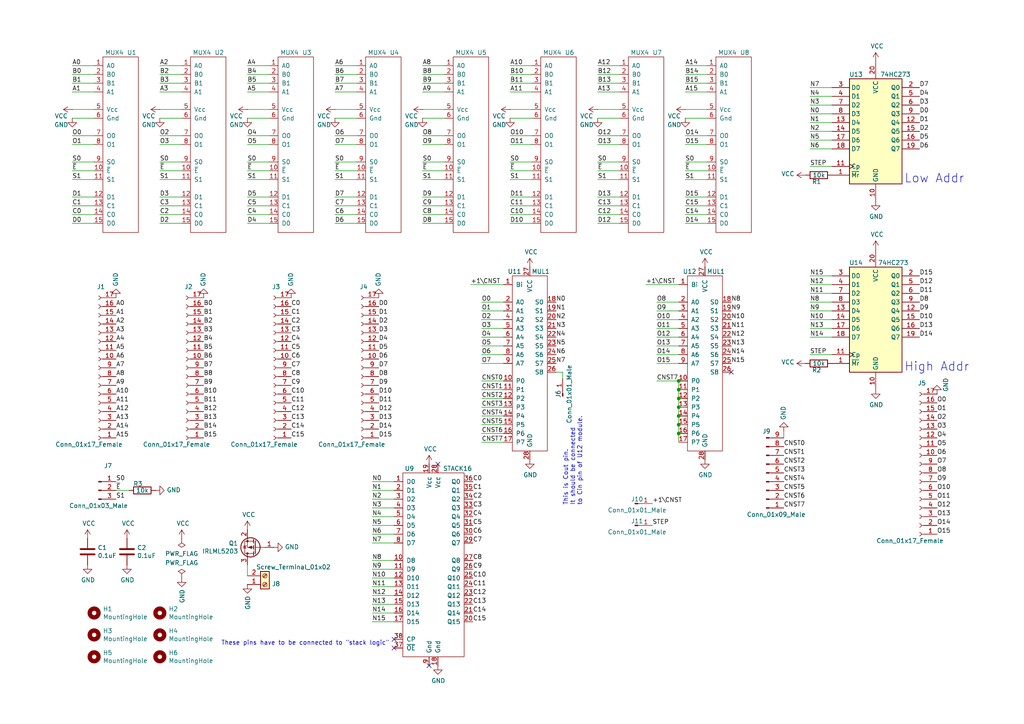
<source format=kicad_sch>
(kicad_sch (version 20250114) (generator "eeschema") (generator_version "9.0")
  (paper "A4")
  (lib_symbols
    (symbol "74xx:74HC273"
      (property "Reference" "U" (at -7.62 16.51 0))
      (property "Value" "74HC273" (at -7.62 -16.51 0))
      (symbol "74HC273_1_0"
        (pin input line (at -12.7 12.7 0) (length 5.08) (name "D0") (number "3"))
        (pin input line (at -12.7 10.16 0) (length 5.08) (name "D1") (number "4"))
        (pin input line (at -12.7 7.62 0) (length 5.08) (name "D2") (number "7"))
        (pin input line (at -12.7 5.08 0) (length 5.08) (name "D3") (number "8"))
        (pin input line (at -12.7 2.54 0) (length 5.08) (name "D4") (number "13"))
        (pin input line (at -12.7 0 0) (length 5.08) (name "D5") (number "14"))
        (pin input line (at -12.7 -2.54 0) (length 5.08) (name "D6") (number "17"))
        (pin input line (at -12.7 -5.08 0) (length 5.08) (name "D7") (number "18"))
        (pin input clock (at -12.7 -10.16 0) (length 5.08) (name "Cp") (number "11"))
        (pin input line (at -12.7 -12.7 0) (length 5.08) (name "~{Mr}") (number "1"))
        (pin power_in line (at 0 20.32 270) (length 5.08) (name "VCC") (number "20"))
        (pin power_in line (at 0 -20.32 90) (length 5.08) (name "GND") (number "10"))
        (pin output line (at 12.7 12.7 180) (length 5.08) (name "Q0") (number "2"))
        (pin output line (at 12.7 10.16 180) (length 5.08) (name "Q1") (number "5"))
        (pin output line (at 12.7 7.62 180) (length 5.08) (name "Q2") (number "6"))
        (pin output line (at 12.7 5.08 180) (length 5.08) (name "Q3") (number "9"))
        (pin output line (at 12.7 2.54 180) (length 5.08) (name "Q4") (number "12"))
        (pin output line (at 12.7 0 180) (length 5.08) (name "Q5") (number "15"))
        (pin output line (at 12.7 -2.54 180) (length 5.08) (name "Q6") (number "16"))
        (pin output line (at 12.7 -5.08 180) (length 5.08) (name "Q7") (number "19"))
      )
    )
    (symbol "CommonLibrary:MUL1" (pin_names (offset 1.016))
      (property "Reference" "U" (at 0.762 1.016 0))
      (property "Value" "CommonLibrary_MUL1" (at 8.382 1.016 0))
      (symbol "MUL1_1_1"
        (pin input line (at -2.54 -2.54 0) (length 2.54) (name "Bi") (number "1"))
        (pin input line (at -2.54 -7.62 0) (length 2.54) (name "A0") (number "2"))
        (pin input line (at -2.54 -10.16 0) (length 2.54) (name "A1") (number "3"))
        (pin input line (at -2.54 -12.7 0) (length 2.54) (name "A2") (number "4"))
        (pin input line (at -2.54 -15.24 0) (length 2.54) (name "A3") (number "5"))
        (pin input line (at -2.54 -17.78 0) (length 2.54) (name "A4") (number "6"))
        (pin input line (at -2.54 -20.32 0) (length 2.54) (name "A5") (number "7"))
        (pin input line (at -2.54 -22.86 0) (length 2.54) (name "A6") (number "8"))
        (pin input line (at -2.54 -25.4 0) (length 2.54) (name "A7") (number "9"))
        (pin input line (at -2.54 -30.48 0) (length 2.54) (name "P0") (number "10"))
        (pin input line (at -2.54 -33.02 0) (length 2.54) (name "P1") (number "11"))
        (pin input line (at -2.54 -35.56 0) (length 2.54) (name "P2") (number "12"))
        (pin input line (at -2.54 -38.1 0) (length 2.54) (name "P3") (number "13"))
        (pin input line (at -2.54 -40.64 0) (length 2.54) (name "P4") (number "14"))
        (pin input line (at -2.54 -43.18 0) (length 2.54) (name "P5") (number "15"))
        (pin input line (at -2.54 -45.72 0) (length 2.54) (name "P6") (number "16"))
        (pin input line (at -2.54 -48.26 0) (length 2.54) (name "P7") (number "17"))
        (pin power_in line (at 5.08 2.54 270) (length 2.54) (name "VCC") (number "27"))
        (pin power_in line (at 5.08 -53.34 90) (length 2.54) (name "GND") (number "28"))
        (pin output line (at 12.7 -7.62 180) (length 2.54) (name "S0") (number "18"))
        (pin output line (at 12.7 -10.16 180) (length 2.54) (name "S1") (number "19"))
        (pin output line (at 12.7 -12.7 180) (length 2.54) (name "S2") (number "20"))
        (pin output line (at 12.7 -15.24 180) (length 2.54) (name "S3") (number "21"))
        (pin output line (at 12.7 -17.78 180) (length 2.54) (name "S4") (number "22"))
        (pin output line (at 12.7 -20.32 180) (length 2.54) (name "S5") (number "23"))
        (pin output line (at 12.7 -22.86 180) (length 2.54) (name "S6") (number "24"))
        (pin output line (at 12.7 -25.4 180) (length 2.54) (name "S7") (number "25"))
        (pin output line (at 12.7 -27.94 180) (length 2.54) (name "S8") (number "26"))
      )
    )
    (symbol "CommonLibrary:MUX4" (pin_names (offset 1.016))
      (property "Reference" "U" (at 10.795 3.556 0))
      (property "Value" "CommonLibrary_MUX4" (at 4.572 3.556 0))
      (symbol "MUX4_1_1"
        (pin input line (at -2.54 0 0) (length 2.54) (name "A0") (number "1"))
        (pin input line (at -2.54 -2.54 0) (length 2.54) (name "B0") (number "2"))
        (pin input line (at -2.54 -5.08 0) (length 2.54) (name "B1") (number "3"))
        (pin input line (at -2.54 -7.62 0) (length 2.54) (name "A1") (number "4"))
        (pin power_in line (at -2.54 -12.7 0) (length 2.54) (name "Vcc") (number "5"))
        (pin power_in line (at -2.54 -15.24 0) (length 2.54) (name "Gnd") (number "6"))
        (pin output line (at -2.54 -20.32 0) (length 2.54) (name "O0") (number "7"))
        (pin output line (at -2.54 -22.86 0) (length 2.54) (name "O1") (number "8"))
        (pin input line (at -2.54 -27.94 0) (length 2.54) (name "S0") (number "9"))
        (pin input line (at -2.54 -30.48 0) (length 2.54) (name "~{E}") (number "10"))
        (pin input line (at -2.54 -33.02 0) (length 2.54) (name "S1") (number "11"))
        (pin input line (at -2.54 -38.1 0) (length 2.54) (name "D1") (number "12"))
        (pin input line (at -2.54 -40.64 0) (length 2.54) (name "C1") (number "13"))
        (pin input line (at -2.54 -43.18 0) (length 2.54) (name "C0") (number "14"))
        (pin input line (at -2.54 -45.72 0) (length 2.54) (name "D0") (number "15"))
      )
    )
    (symbol "CommonLibrary:STACK16" (pin_names (offset 1.016))
      (property "Reference" "U" (at 0.508 1.016 0))
      (property "Value" "CommonLibrary_STACK16" (at 15.24 1.27 0))
      (symbol "STACK16_1_1"
        (pin input line (at -2.54 -2.54 0) (length 2.54) (name "D0") (number "1"))
        (pin input line (at -2.54 -5.08 0) (length 2.54) (name "D1") (number "2"))
        (pin input line (at -2.54 -7.62 0) (length 2.54) (name "D2") (number "3"))
        (pin input line (at -2.54 -10.16 0) (length 2.54) (name "D3") (number "4"))
        (pin input line (at -2.54 -12.7 0) (length 2.54) (name "D4") (number "5"))
        (pin input line (at -2.54 -15.24 0) (length 2.54) (name "D5") (number "6"))
        (pin input line (at -2.54 -17.78 0) (length 2.54) (name "D6") (number "7"))
        (pin input line (at -2.54 -20.32 0) (length 2.54) (name "D7") (number "8"))
        (pin input line (at -2.54 -25.4 0) (length 2.54) (name "D8") (number "10"))
        (pin input line (at -2.54 -27.94 0) (length 2.54) (name "D9") (number "11"))
        (pin input line (at -2.54 -30.48 0) (length 2.54) (name "D10") (number "12"))
        (pin input line (at -2.54 -33.02 0) (length 2.54) (name "D11") (number "13"))
        (pin input line (at -2.54 -35.56 0) (length 2.54) (name "D12") (number "14"))
        (pin input line (at -2.54 -38.1 0) (length 2.54) (name "D13") (number "15"))
        (pin input line (at -2.54 -40.64 0) (length 2.54) (name "D14") (number "16"))
        (pin input line (at -2.54 -43.18 0) (length 2.54) (name "D15") (number "17"))
        (pin input line (at -2.54 -48.26 0) (length 2.54) (name "CP") (number "38"))
        (pin input line (at -2.54 -50.8 0) (length 2.54) (name "~{OE}") (number "37"))
        (pin power_in line (at 7.62 2.54 270) (length 2.54) (name "Vcc") (number "19"))
        (pin power_out line (at 7.62 -55.88 90) (length 2.54) (name "Gnd") (number "9"))
        (pin power_in line (at 10.16 2.54 270) (length 2.54) (name "Vcc") (number "28"))
        (pin power_out line (at 10.16 -55.88 90) (length 2.54) (name "Gnd") (number "18"))
        (pin output line (at 20.32 -2.54 180) (length 2.54) (name "Q0") (number "36"))
        (pin output line (at 20.32 -5.08 180) (length 2.54) (name "Q1") (number "35"))
        (pin output line (at 20.32 -7.62 180) (length 2.54) (name "Q2") (number "34"))
        (pin output line (at 20.32 -10.16 180) (length 2.54) (name "Q3") (number "33"))
        (pin output line (at 20.32 -12.7 180) (length 2.54) (name "Q4") (number "32"))
        (pin output line (at 20.32 -15.24 180) (length 2.54) (name "Q5") (number "31"))
        (pin output line (at 20.32 -17.78 180) (length 2.54) (name "Q6") (number "30"))
        (pin output line (at 20.32 -20.32 180) (length 2.54) (name "Q7") (number "29"))
        (pin output line (at 20.32 -25.4 180) (length 2.54) (name "Q8") (number "27"))
        (pin output line (at 20.32 -27.94 180) (length 2.54) (name "Q9") (number "26"))
        (pin output line (at 20.32 -30.48 180) (length 2.54) (name "Q10") (number "25"))
        (pin output line (at 20.32 -33.02 180) (length 2.54) (name "Q11") (number "24"))
        (pin output line (at 20.32 -35.56 180) (length 2.54) (name "Q12") (number "23"))
        (pin output line (at 20.32 -38.1 180) (length 2.54) (name "Q13") (number "22"))
        (pin output line (at 20.32 -40.64 180) (length 2.54) (name "Q14") (number "21"))
        (pin output line (at 20.32 -43.18 180) (length 2.54) (name "Q15") (number "20"))
      )
    )
    (symbol "Connector:Conn_01x01_Male" (pin_names (offset 1.016) (hide yes))
      (property "Reference" "J" (at 0 2.54 0))
      (property "Value" "Connector_Conn_01x01_Male" (at 0 -2.54 0))
      (symbol "Conn_01x01_Male_1_1"
        (pin passive line (at 5.08 0 180) (length 3.81) (name "Pin_1") (number "1"))
      )
    )
    (symbol "Connector:Conn_01x03_Male" (pin_names (offset 1.016) (hide yes))
      (property "Reference" "J" (at 0 5.08 0))
      (property "Value" "Connector_Conn_01x03_Male" (at 0 -5.08 0))
      (symbol "Conn_01x03_Male_1_1"
        (pin passive line (at 5.08 2.54 180) (length 3.81) (name "Pin_1") (number "1"))
        (pin passive line (at 5.08 0 180) (length 3.81) (name "Pin_2") (number "2"))
        (pin passive line (at 5.08 -2.54 180) (length 3.81) (name "Pin_3") (number "3"))
      )
    )
    (symbol "Connector:Conn_01x09_Male" (pin_names (offset 1.016) (hide yes))
      (property "Reference" "J" (at 0 12.7 0))
      (property "Value" "Connector_Conn_01x09_Male" (at 0 -12.7 0))
      (symbol "Conn_01x09_Male_1_1"
        (pin passive line (at 5.08 10.16 180) (length 3.81) (name "Pin_1") (number "1"))
        (pin passive line (at 5.08 7.62 180) (length 3.81) (name "Pin_2") (number "2"))
        (pin passive line (at 5.08 5.08 180) (length 3.81) (name "Pin_3") (number "3"))
        (pin passive line (at 5.08 2.54 180) (length 3.81) (name "Pin_4") (number "4"))
        (pin passive line (at 5.08 0 180) (length 3.81) (name "Pin_5") (number "5"))
        (pin passive line (at 5.08 -2.54 180) (length 3.81) (name "Pin_6") (number "6"))
        (pin passive line (at 5.08 -5.08 180) (length 3.81) (name "Pin_7") (number "7"))
        (pin passive line (at 5.08 -7.62 180) (length 3.81) (name "Pin_8") (number "8"))
        (pin passive line (at 5.08 -10.16 180) (length 3.81) (name "Pin_9") (number "9"))
      )
    )
    (symbol "Connector:Conn_01x17_Female" (pin_names (offset 1.016) (hide yes))
      (property "Reference" "J" (at 0 22.86 0))
      (property "Value" "Connector_Conn_01x17_Female" (at 0 -22.86 0))
      (symbol "Conn_01x17_Female_1_1"
        (pin passive line (at -5.08 20.32 0) (length 3.81) (name "Pin_1") (number "1"))
        (pin passive line (at -5.08 17.78 0) (length 3.81) (name "Pin_2") (number "2"))
        (pin passive line (at -5.08 15.24 0) (length 3.81) (name "Pin_3") (number "3"))
        (pin passive line (at -5.08 12.7 0) (length 3.81) (name "Pin_4") (number "4"))
        (pin passive line (at -5.08 10.16 0) (length 3.81) (name "Pin_5") (number "5"))
        (pin passive line (at -5.08 7.62 0) (length 3.81) (name "Pin_6") (number "6"))
        (pin passive line (at -5.08 5.08 0) (length 3.81) (name "Pin_7") (number "7"))
        (pin passive line (at -5.08 2.54 0) (length 3.81) (name "Pin_8") (number "8"))
        (pin passive line (at -5.08 0 0) (length 3.81) (name "Pin_9") (number "9"))
        (pin passive line (at -5.08 -2.54 0) (length 3.81) (name "Pin_10") (number "10"))
        (pin passive line (at -5.08 -5.08 0) (length 3.81) (name "Pin_11") (number "11"))
        (pin passive line (at -5.08 -7.62 0) (length 3.81) (name "Pin_12") (number "12"))
        (pin passive line (at -5.08 -10.16 0) (length 3.81) (name "Pin_13") (number "13"))
        (pin passive line (at -5.08 -12.7 0) (length 3.81) (name "Pin_14") (number "14"))
        (pin passive line (at -5.08 -15.24 0) (length 3.81) (name "Pin_15") (number "15"))
        (pin passive line (at -5.08 -17.78 0) (length 3.81) (name "Pin_16") (number "16"))
        (pin passive line (at -5.08 -20.32 0) (length 3.81) (name "Pin_17") (number "17"))
      )
    )
    (symbol "Connector:Screw_Terminal_01x02" (pin_names (offset 1.016) (hide yes))
      (property "Reference" "J" (at 0 2.54 0))
      (property "Value" "Screw_Terminal_01x02" (at 0 -5.08 0))
      (symbol "Screw_Terminal_01x02_1_1"
        (pin passive line (at -5.08 0 0) (length 3.81) (name "Pin_1") (number "1"))
        (pin passive line (at -5.08 -2.54 0) (length 3.81) (name "Pin_2") (number "2"))
      )
    )
    (symbol "Device:C" (pin_numbers (hide yes)) (pin_names (offset 0.254))
      (property "Reference" "C" (at 0.635 2.54 0))
      (property "Value" "C" (at 0.635 -2.54 0))
      (symbol "C_1_1"
        (pin passive line (at 0 3.81 270) (length 2.794) (name "~") (number "1"))
        (pin passive line (at 0 -3.81 90) (length 2.794) (name "~") (number "2"))
      )
    )
    (symbol "Device:R" (pin_numbers (hide yes)) (pin_names (offset 0))
      (property "Reference" "R" (at 2.032 0 90))
      (property "Value" "R" (at 0 0 90))
      (symbol "R_1_1"
        (pin passive line (at 0 3.81 270) (length 1.27) (name "~") (number "1"))
        (pin passive line (at 0 -3.81 90) (length 1.27) (name "~") (number "2"))
      )
    )
    (symbol "Mechanical:MountingHole" (pin_names (offset 1.016)) (in_bom no)
      (property "Reference" "H" (at 0 5.08 0))
      (property "Value" "MountingHole" (at 0 3.175 0))
    )
    (symbol "Transistor_FET:IRLML5203" (pin_names (hide yes))
      (property "Reference" "Q" (at 5.08 1.905 0))
      (property "Value" "IRLML5203" (at 5.08 0 0))
      (symbol "IRLML5203_1_1"
        (pin input line (at -5.08 0 0) (length 2.54) (name "G") (number "1"))
        (pin passive line (at 2.54 5.08 270) (length 2.54) (name "D") (number "3"))
        (pin passive line (at 2.54 -5.08 90) (length 2.54) (name "S") (number "2"))
      )
    )
    (symbol "power:GND" (power) (pin_numbers (hide yes)) (pin_names (offset 0) (hide yes))
      (property "Value" "GND" (at 0 -3.81 0))
      (symbol "GND_1_1"
        (pin power_in line (at 0 0 270) (length 0) (name "~") (number "1"))
      )
    )
    (symbol "power:PWR_FLAG" (power) (pin_numbers (hide yes)) (pin_names (offset 0) (hide yes))
      (property "Value" "PWR_FLAG" (at 0 3.81 0))
      (symbol "PWR_FLAG_0_0"
        (pin power_out line (at 0 0 90) (length 0) (name "~") (number "1"))
      )
    )
    (symbol "power:VCC" (power) (pin_numbers (hide yes)) (pin_names (offset 0) (hide yes))
      (property "Value" "VCC" (at 0 3.556 0))
      (symbol "VCC_1_1"
        (pin power_in line (at 0 0 90) (length 0) (name "~") (number "1"))
      )
    )
  )
  (text "Low Addr" (at 262.255 53.34 0) (effects (font (size 2.54 2.54)) (justify left bottom)))
  (text "This is Cout pin.\nIt should be connected\nto Cin pin of U12 module." (at 168.91 146.685 90) (effects (font (size 1.27 1.27)) (justify left bottom)))
  (text "High Addr" (at 262.255 107.95 0) (effects (font (size 2.54 2.54)) (justify left bottom)))
  (text "These pins have to be connected to \"stack logic\"" (at 64.135 187.325 0) (effects (font (size 1.27 1.27)) (justify left bottom)))
  (junction (at 196.85 123.19))
  (junction (at 196.85 110.49))
  (junction (at 196.85 115.57))
  (junction (at 196.85 125.73))
  (junction (at 196.85 118.11))
  (junction (at 196.85 120.65))
  (junction (at 196.85 113.03))
  (no_connect (at 124.46 193.04))
  (no_connect (at 114.3 185.42))
  (no_connect (at 127 134.62))
  (no_connect (at 114.3 187.96))
  (no_connect (at 212.09 107.95))
  (wire (pts (xy 71.755 34.29) (xy 78.105 34.29)))
  (wire (pts (xy 173.355 52.07) (xy 179.705 52.07)))
  (wire (pts (xy 97.155 39.37) (xy 103.505 39.37)))
  (wire (pts (xy 107.95 170.18) (xy 114.3 170.18)))
  (wire (pts (xy 139.7 90.17) (xy 146.05 90.17)))
  (wire (pts (xy 190.5 100.33) (xy 196.85 100.33)))
  (wire (pts (xy 107.95 157.48) (xy 114.3 157.48)))
  (wire (pts (xy 147.955 57.15) (xy 154.305 57.15)))
  (wire (pts (xy 97.155 31.75) (xy 103.505 31.75)))
  (wire (pts (xy 147.955 46.99) (xy 154.305 46.99)))
  (wire (pts (xy 107.95 147.32) (xy 114.3 147.32)))
  (wire (pts (xy 128.905 34.29) (xy 122.555 34.29)))
  (wire (pts (xy 122.555 62.23) (xy 128.905 62.23)))
  (wire (pts (xy 147.955 64.77) (xy 154.305 64.77)))
  (wire (pts (xy 139.7 115.57) (xy 146.05 115.57)))
  (wire (pts (xy 147.955 31.75) (xy 154.305 31.75)))
  (wire (pts (xy 139.7 87.63) (xy 146.05 87.63)))
  (wire (pts (xy 97.155 24.13) (xy 103.505 24.13)))
  (wire (pts (xy 107.95 139.7) (xy 114.3 139.7)))
  (wire (pts (xy 198.755 24.13) (xy 205.105 24.13)))
  (wire (pts (xy 198.755 41.91) (xy 205.105 41.91)))
  (wire (pts (xy 71.755 59.69) (xy 78.105 59.69)))
  (wire (pts (xy 173.355 64.77) (xy 179.705 64.77)))
  (wire (pts (xy 139.7 120.65) (xy 146.05 120.65)))
  (wire (pts (xy 107.95 162.56) (xy 114.3 162.56)))
  (wire (pts (xy 20.955 34.29) (xy 27.305 34.29)))
  (wire (pts (xy 20.955 39.37) (xy 27.305 39.37)))
  (wire (pts (xy 196.85 125.73) (xy 196.85 123.19)))
  (wire (pts (xy 139.7 97.79) (xy 146.05 97.79)))
  (wire (pts (xy 163.195 107.95) (xy 163.195 109.855)))
  (wire (pts (xy 20.955 52.07) (xy 27.305 52.07)))
  (wire (pts (xy 20.955 41.91) (xy 27.305 41.91)))
  (wire (pts (xy 190.5 87.63) (xy 196.85 87.63)))
  (wire (pts (xy 107.95 172.72) (xy 114.3 172.72)))
  (wire (pts (xy 173.355 34.29) (xy 179.705 34.29)))
  (wire (pts (xy 190.5 95.25) (xy 196.85 95.25)))
  (wire (pts (xy 20.955 26.67) (xy 27.305 26.67)))
  (wire (pts (xy 97.155 59.69) (xy 103.505 59.69)))
  (wire (pts (xy 71.755 52.07) (xy 78.105 52.07)))
  (wire (pts (xy 20.955 64.77) (xy 27.305 64.77)))
  (wire (pts (xy 234.95 85.09) (xy 241.3 85.09)))
  (wire (pts (xy 71.755 19.05) (xy 78.105 19.05)))
  (wire (pts (xy 198.755 62.23) (xy 205.105 62.23)))
  (wire (pts (xy 198.755 52.07) (xy 205.105 52.07)))
  (wire (pts (xy 97.155 41.91) (xy 103.505 41.91)))
  (wire (pts (xy 122.555 49.53) (xy 128.905 49.53)))
  (wire (pts (xy 20.955 59.69) (xy 27.305 59.69)))
  (wire (pts (xy 196.85 113.03) (xy 196.85 110.49)))
  (wire (pts (xy 234.95 90.17) (xy 241.3 90.17)))
  (wire (pts (xy 139.7 123.19) (xy 146.05 123.19)))
  (wire (pts (xy 46.355 59.69) (xy 52.705 59.69)))
  (wire (pts (xy 196.85 118.11) (xy 196.85 115.57)))
  (wire (pts (xy 190.5 92.71) (xy 196.85 92.71)))
  (wire (pts (xy 71.755 26.67) (xy 78.105 26.67)))
  (wire (pts (xy 173.355 59.69) (xy 179.705 59.69)))
  (wire (pts (xy 139.7 95.25) (xy 146.05 95.25)))
  (wire (pts (xy 205.105 34.29) (xy 198.755 34.29)))
  (wire (pts (xy 46.355 31.75) (xy 52.705 31.75)))
  (wire (pts (xy 107.95 165.1) (xy 114.3 165.1)))
  (wire (pts (xy 147.955 41.91) (xy 154.305 41.91)))
  (wire (pts (xy 46.355 46.99) (xy 52.705 46.99)))
  (wire (pts (xy 147.955 26.67) (xy 154.305 26.67)))
  (wire (pts (xy 173.355 62.23) (xy 179.705 62.23)))
  (wire (pts (xy 234.95 48.26) (xy 241.3 48.26)))
  (wire (pts (xy 173.355 24.13) (xy 179.705 24.13)))
  (wire (pts (xy 122.555 19.05) (xy 128.905 19.05)))
  (wire (pts (xy 198.755 49.53) (xy 205.105 49.53)))
  (wire (pts (xy 71.755 57.15) (xy 78.105 57.15)))
  (wire (pts (xy 173.355 21.59) (xy 179.705 21.59)))
  (wire (pts (xy 107.95 152.4) (xy 114.3 152.4)))
  (wire (pts (xy 71.755 49.53) (xy 78.105 49.53)))
  (wire (pts (xy 234.95 30.48) (xy 241.3 30.48)))
  (wire (pts (xy 46.355 34.29) (xy 52.705 34.29)))
  (wire (pts (xy 139.7 128.27) (xy 146.05 128.27)))
  (wire (pts (xy 20.955 49.53) (xy 27.305 49.53)))
  (wire (pts (xy 139.7 110.49) (xy 146.05 110.49)))
  (wire (pts (xy 46.355 57.15) (xy 52.705 57.15)))
  (wire (pts (xy 71.755 21.59) (xy 78.105 21.59)))
  (wire (pts (xy 20.955 57.15) (xy 27.305 57.15)))
  (wire (pts (xy 198.755 21.59) (xy 205.105 21.59)))
  (wire (pts (xy 46.355 64.77) (xy 52.705 64.77)))
  (wire (pts (xy 97.155 46.99) (xy 103.505 46.99)))
  (wire (pts (xy 173.355 26.67) (xy 179.705 26.67)))
  (wire (pts (xy 136.525 82.55) (xy 146.05 82.55)))
  (wire (pts (xy 234.95 102.87) (xy 241.3 102.87)))
  (wire (pts (xy 97.155 57.15) (xy 103.505 57.15)))
  (wire (pts (xy 107.95 175.26) (xy 114.3 175.26)))
  (wire (pts (xy 147.955 21.59) (xy 154.305 21.59)))
  (wire (pts (xy 122.555 39.37) (xy 128.905 39.37)))
  (wire (pts (xy 234.95 92.71) (xy 241.3 92.71)))
  (wire (pts (xy 107.95 142.24) (xy 114.3 142.24)))
  (wire (pts (xy 71.755 163.83) (xy 71.755 167.005)))
  (wire (pts (xy 46.355 21.59) (xy 52.705 21.59)))
  (wire (pts (xy 187.325 82.55) (xy 196.85 82.55)))
  (wire (pts (xy 20.955 62.23) (xy 27.305 62.23)))
  (wire (pts (xy 122.555 21.59) (xy 128.905 21.59)))
  (wire (pts (xy 227.33 125.095) (xy 227.33 127)))
  (wire (pts (xy 190.5 102.87) (xy 196.85 102.87)))
  (wire (pts (xy 198.755 19.05) (xy 205.105 19.05)))
  (wire (pts (xy 20.955 31.75) (xy 27.305 31.75)))
  (wire (pts (xy 46.355 52.07) (xy 52.705 52.07)))
  (wire (pts (xy 147.955 24.13) (xy 154.305 24.13)))
  (wire (pts (xy 190.5 90.17) (xy 196.85 90.17)))
  (wire (pts (xy 198.755 39.37) (xy 205.105 39.37)))
  (wire (pts (xy 97.155 26.67) (xy 103.505 26.67)))
  (wire (pts (xy 71.755 39.37) (xy 78.105 39.37)))
  (wire (pts (xy 71.755 46.99) (xy 78.105 46.99)))
  (wire (pts (xy 71.755 62.23) (xy 78.105 62.23)))
  (wire (pts (xy 234.95 80.01) (xy 241.3 80.01)))
  (wire (pts (xy 107.95 180.34) (xy 114.3 180.34)))
  (wire (pts (xy 173.355 39.37) (xy 179.705 39.37)))
  (wire (pts (xy 107.95 144.78) (xy 114.3 144.78)))
  (wire (pts (xy 107.95 167.64) (xy 114.3 167.64)))
  (wire (pts (xy 71.755 41.91) (xy 78.105 41.91)))
  (wire (pts (xy 71.755 64.77) (xy 78.105 64.77)))
  (wire (pts (xy 198.755 64.77) (xy 205.105 64.77)))
  (wire (pts (xy 234.95 38.1) (xy 241.3 38.1)))
  (wire (pts (xy 20.955 21.59) (xy 27.305 21.59)))
  (wire (pts (xy 234.95 33.02) (xy 241.3 33.02)))
  (wire (pts (xy 147.955 39.37) (xy 154.305 39.37)))
  (wire (pts (xy 173.355 46.99) (xy 179.705 46.99)))
  (wire (pts (xy 173.355 19.05) (xy 179.705 19.05)))
  (wire (pts (xy 122.555 59.69) (xy 128.905 59.69)))
  (wire (pts (xy 147.955 59.69) (xy 154.305 59.69)))
  (wire (pts (xy 234.95 25.4) (xy 241.3 25.4)))
  (wire (pts (xy 173.355 31.75) (xy 179.705 31.75)))
  (wire (pts (xy 122.555 41.91) (xy 128.905 41.91)))
  (wire (pts (xy 139.7 102.87) (xy 146.05 102.87)))
  (wire (pts (xy 190.5 105.41) (xy 196.85 105.41)))
  (wire (pts (xy 97.155 34.29) (xy 103.505 34.29)))
  (wire (pts (xy 139.7 118.11) (xy 146.05 118.11)))
  (wire (pts (xy 147.955 62.23) (xy 154.305 62.23)))
  (wire (pts (xy 198.755 46.99) (xy 205.105 46.99)))
  (wire (pts (xy 196.85 115.57) (xy 196.85 113.03)))
  (wire (pts (xy 122.555 31.75) (xy 128.905 31.75)))
  (wire (pts (xy 139.7 125.73) (xy 146.05 125.73)))
  (wire (pts (xy 196.85 128.27) (xy 196.85 125.73)))
  (wire (pts (xy 161.29 107.95) (xy 163.195 107.95)))
  (wire (pts (xy 33.655 142.24) (xy 37.465 142.24)))
  (wire (pts (xy 46.355 49.53) (xy 52.705 49.53)))
  (wire (pts (xy 122.555 52.07) (xy 128.905 52.07)))
  (wire (pts (xy 97.155 49.53) (xy 103.505 49.53)))
  (wire (pts (xy 198.755 57.15) (xy 205.105 57.15)))
  (wire (pts (xy 198.755 31.75) (xy 205.105 31.75)))
  (wire (pts (xy 198.755 59.69) (xy 205.105 59.69)))
  (wire (pts (xy 71.755 31.75) (xy 78.105 31.75)))
  (wire (pts (xy 196.85 120.65) (xy 196.85 118.11)))
  (wire (pts (xy 122.555 46.99) (xy 128.905 46.99)))
  (wire (pts (xy 97.155 52.07) (xy 103.505 52.07)))
  (wire (pts (xy 107.95 149.86) (xy 114.3 149.86)))
  (wire (pts (xy 198.755 26.67) (xy 205.105 26.67)))
  (wire (pts (xy 234.95 95.25) (xy 241.3 95.25)))
  (wire (pts (xy 147.955 19.05) (xy 154.305 19.05)))
  (wire (pts (xy 196.85 123.19) (xy 196.85 120.65)))
  (wire (pts (xy 139.7 92.71) (xy 146.05 92.71)))
  (wire (pts (xy 234.95 82.55) (xy 241.3 82.55)))
  (wire (pts (xy 71.755 24.13) (xy 78.105 24.13)))
  (wire (pts (xy 97.155 62.23) (xy 103.505 62.23)))
  (wire (pts (xy 46.355 19.05) (xy 52.705 19.05)))
  (wire (pts (xy 190.5 97.79) (xy 196.85 97.79)))
  (wire (pts (xy 46.355 26.67) (xy 52.705 26.67)))
  (wire (pts (xy 20.955 19.05) (xy 27.305 19.05)))
  (wire (pts (xy 107.95 177.8) (xy 114.3 177.8)))
  (wire (pts (xy 147.955 52.07) (xy 154.305 52.07)))
  (wire (pts (xy 46.355 41.91) (xy 52.705 41.91)))
  (wire (pts (xy 97.155 64.77) (xy 103.505 64.77)))
  (wire (pts (xy 20.955 24.13) (xy 27.305 24.13)))
  (wire (pts (xy 173.355 41.91) (xy 179.705 41.91)))
  (wire (pts (xy 46.355 62.23) (xy 52.705 62.23)))
  (wire (pts (xy 97.155 19.05) (xy 103.505 19.05)))
  (wire (pts (xy 139.7 113.03) (xy 146.05 113.03)))
  (wire (pts (xy 234.95 35.56) (xy 241.3 35.56)))
  (wire (pts (xy 122.555 57.15) (xy 128.905 57.15)))
  (wire (pts (xy 20.955 46.99) (xy 27.305 46.99)))
  (wire (pts (xy 122.555 24.13) (xy 128.905 24.13)))
  (wire (pts (xy 234.95 97.79) (xy 241.3 97.79)))
  (wire (pts (xy 122.555 64.77) (xy 128.905 64.77)))
  (wire (pts (xy 234.95 40.64) (xy 241.3 40.64)))
  (wire (pts (xy 234.95 43.18) (xy 241.3 43.18)))
  (wire (pts (xy 122.555 26.67) (xy 128.905 26.67)))
  (wire (pts (xy 234.95 87.63) (xy 241.3 87.63)))
  (wire (pts (xy 147.955 34.29) (xy 154.305 34.29)))
  (wire (pts (xy 190.5 110.49) (xy 196.85 110.49)))
  (wire (pts (xy 234.95 27.94) (xy 241.3 27.94)))
  (wire (pts (xy 173.355 49.53) (xy 179.705 49.53)))
  (wire (pts (xy 139.7 105.41) (xy 146.05 105.41)))
  (wire (pts (xy 97.155 21.59) (xy 103.505 21.59)))
  (wire (pts (xy 173.355 57.15) (xy 179.705 57.15)))
  (wire (pts (xy 147.955 49.53) (xy 154.305 49.53)))
  (wire (pts (xy 139.7 100.33) (xy 146.05 100.33)))
  (wire (pts (xy 46.355 24.13) (xy 52.705 24.13)))
  (wire (pts (xy 107.95 154.94) (xy 114.3 154.94)))
  (wire (pts (xy 46.355 39.37) (xy 52.705 39.37)))
  (label "S0" (at 46.355 46.99 0))
  (label "CNST4" (at 139.7 120.65 0))
  (label "S1" (at 33.655 144.78 0))
  (label "B14" (at 59.055 124.46 0))
  (label "O3" (at 46.355 41.91 0))
  (label "B1" (at 59.055 91.44 0))
  (label "D15" (at 198.755 57.15 0))
  (label "D12" (at 266.7 82.55 0))
  (label "B0" (at 59.055 88.9 0))
  (label "A1" (at 33.655 91.44 0))
  (label "B10" (at 147.955 21.59 0))
  (label "D2" (at 109.855 93.98 0))
  (label "CNST2" (at 227.33 134.62 0))
  (label "O14" (at 198.755 39.37 0))
  (label "D2" (at 46.355 64.77 0))
  (label "N11" (at 212.09 95.25 0))
  (label "CNST3" (at 139.7 118.11 0))
  (label "A9" (at 33.655 111.76 0))
  (label "A12" (at 33.655 119.38 0))
  (label "A10" (at 147.955 19.05 0))
  (label "N0" (at 161.29 87.63 0))
  (label "N5" (at 107.95 152.4 0))
  (label "S0" (at 97.155 46.99 0))
  (label "A12" (at 173.355 19.05 0))
  (label "B10" (at 59.055 114.3 0))
  (label "B7" (at 59.055 106.68 0))
  (label "C15" (at 198.755 59.69 0))
  (label "C8" (at 84.455 109.22 0))
  (label "D3" (at 46.355 57.15 0))
  (label "N13" (at 234.95 95.25 0))
  (label "O1" (at 20.955 41.91 0))
  (label "S1" (at 147.955 52.07 0))
  (label "D12" (at 173.355 64.77 0))
  (label "O6" (at 97.155 39.37 0))
  (label "B5" (at 59.055 101.6 0))
  (label "O4" (at 71.755 39.37 0))
  (label "C7" (at 137.16 157.48 0))
  (label "O14" (at 271.78 152.4 0))
  (label "B13" (at 59.055 121.92 0))
  (label "C9" (at 84.455 111.76 0))
  (label "N14" (at 107.95 177.8 0))
  (label "D3" (at 109.855 96.52 0))
  (label "O7" (at 139.7 105.41 0))
  (label "N7" (at 107.95 157.48 0))
  (label "N9" (at 234.95 90.17 0))
  (label "A9" (at 122.555 26.67 0))
  (label "B6" (at 59.055 104.14 0))
  (label "B14" (at 198.755 21.59 0))
  (label "CNST0" (at 227.33 129.54 0))
  (label "D6" (at 97.155 64.77 0))
  (label "N10" (at 107.95 167.64 0))
  (label "S0" (at 33.655 139.7 0))
  (label "C1" (at 20.955 59.69 0))
  (label "C7" (at 97.155 59.69 0))
  (label "O13" (at 271.78 149.86 0))
  (label "B7" (at 97.155 24.13 0))
  (label "S1" (at 20.955 52.07 0))
  (label "O10" (at 147.955 39.37 0))
  (label "O14" (at 190.5 102.87 0))
  (label "CNST1" (at 139.7 113.03 0))
  (label "C5" (at 71.755 59.69 0))
  (label "~{E}" (at 97.155 49.53 0))
  (label "C0" (at 20.955 62.23 0))
  (label "CNST2" (at 139.7 115.57 0))
  (label "S0" (at 71.755 46.99 0))
  (label "B1" (at 20.955 24.13 0))
  (label "A6" (at 97.155 19.05 0))
  (label "B2" (at 59.055 93.98 0))
  (label "C3" (at 137.16 147.32 0))
  (label "S0" (at 122.555 46.99 0))
  (label "B15" (at 198.755 24.13 0))
  (label "N4" (at 234.95 27.94 0))
  (label "N9" (at 212.09 90.17 0))
  (label "N14" (at 212.09 102.87 0))
  (label "O8" (at 122.555 39.37 0))
  (label "N5" (at 161.29 100.33 0))
  (label "B12" (at 173.355 21.59 0))
  (label "B9" (at 59.055 111.76 0))
  (label "STEP" (at 234.95 48.26 0))
  (label "S0" (at 173.355 46.99 0))
  (label "D2" (at 266.7 38.1 0))
  (label "D14" (at 266.7 97.79 0))
  (label "D14" (at 109.855 124.46 0))
  (label "C12" (at 173.355 62.23 0))
  (label "O10" (at 271.78 142.24 0))
  (label "C0" (at 137.16 139.7 0))
  (label "N13" (at 212.09 100.33 0))
  (label "N2" (at 161.29 92.71 0))
  (label "O9" (at 122.555 41.91 0))
  (label "STEP" (at 234.95 102.87 0))
  (label "O8" (at 190.5 87.63 0))
  (label "CNST7" (at 139.7 128.27 0))
  (label "~{E}" (at 198.755 49.53 0))
  (label "A0" (at 33.655 88.9 0))
  (label "O1" (at 271.78 119.38 0))
  (label "S1" (at 46.355 52.07 0))
  (label "S0" (at 147.955 46.99 0))
  (label "D6" (at 109.855 104.14 0))
  (label "N1" (at 161.29 90.17 0))
  (label "STEP" (at 189.23 152.4 0))
  (label "D0" (at 109.855 88.9 0))
  (label "D5" (at 266.7 40.64 0))
  (label "D1" (at 20.955 57.15 0))
  (label "N4" (at 161.29 97.79 0))
  (label "B15" (at 59.055 127 0))
  (label "B0" (at 20.955 21.59 0))
  (label "A15" (at 33.655 127 0))
  (label "D11" (at 109.855 116.84 0))
  (label "O3" (at 139.7 95.25 0))
  (label "C13" (at 173.355 59.69 0))
  (label "C2" (at 46.355 62.23 0))
  (label "S1" (at 97.155 52.07 0))
  (label "N12" (at 107.95 172.72 0))
  (label "D13" (at 173.355 57.15 0))
  (label "N13" (at 107.95 175.26 0))
  (label "CNST7" (at 227.33 147.32 0))
  (label "D7" (at 97.155 57.15 0))
  (label "A14" (at 33.655 124.46 0))
  (label "C3" (at 84.455 96.52 0))
  (label "A15" (at 198.755 26.67 0))
  (label "D10" (at 109.855 114.3 0))
  (label "B2" (at 46.355 21.59 0))
  (label "O13" (at 190.5 100.33 0))
  (label "N0" (at 107.95 139.7 0))
  (label "O12" (at 271.78 147.32 0))
  (label "O5" (at 139.7 100.33 0))
  (label "D11" (at 266.7 85.09 0))
  (label "C4" (at 84.455 99.06 0))
  (label "N6" (at 107.95 154.94 0))
  (label "D8" (at 109.855 109.22 0))
  (label "A1" (at 20.955 26.67 0))
  (label "C14" (at 84.455 124.46 0))
  (label "A11" (at 33.655 116.84 0))
  (label "D0" (at 266.7 33.02 0))
  (label "~{E}" (at 46.355 49.53 0))
  (label "O7" (at 271.78 134.62 0))
  (label "D5" (at 109.855 101.6 0))
  (label "N15" (at 107.95 180.34 0))
  (label "C12" (at 84.455 119.38 0))
  (label "O2" (at 271.78 121.92 0))
  (label "C2" (at 84.455 93.98 0))
  (label "C3" (at 46.355 59.69 0))
  (label "D7" (at 266.7 25.4 0))
  (label "D5" (at 71.755 57.15 0))
  (label "A13" (at 173.355 26.67 0))
  (label "CNST6" (at 139.7 125.73 0))
  (label "O5" (at 71.755 41.91 0))
  (label "C5" (at 137.16 152.4 0))
  (label "~{E}" (at 147.955 49.53 0))
  (label "A13" (at 33.655 121.92 0))
  (label "O9" (at 271.78 139.7 0))
  (label "+1\\CNST" (at 136.525 82.55 0))
  (label "A3" (at 46.355 26.67 0))
  (label "D4" (at 71.755 64.77 0))
  (label "O4" (at 139.7 97.79 0))
  (label "N12" (at 212.09 97.79 0))
  (label "B12" (at 59.055 119.38 0))
  (label "O9" (at 190.5 90.17 0))
  (label "C6" (at 84.455 104.14 0))
  (label "O2" (at 46.355 39.37 0))
  (label "C4" (at 71.755 62.23 0))
  (label "N14" (at 234.95 97.79 0))
  (label "S1" (at 198.755 52.07 0))
  (label "~{E}" (at 20.955 49.53 0))
  (label "O3" (at 271.78 124.46 0))
  (label "D1" (at 266.7 35.56 0))
  (label "D3" (at 266.7 30.48 0))
  (label "CNST3" (at 227.33 137.16 0))
  (label "C1" (at 84.455 91.44 0))
  (label "C10" (at 84.455 114.3 0))
  (label "A8" (at 33.655 109.22 0))
  (label "B6" (at 97.155 21.59 0))
  (label "D0" (at 20.955 64.77 0))
  (label "CNST1" (at 227.33 132.08 0))
  (label "B4" (at 71.755 21.59 0))
  (label "S0" (at 198.755 46.99 0))
  (label "D10" (at 147.955 64.77 0))
  (label "O1" (at 139.7 90.17 0))
  (label "D15" (at 266.7 80.01 0))
  (label "A4" (at 33.655 99.06 0))
  (label "C9" (at 137.16 165.1 0))
  (label "D8" (at 266.7 87.63 0))
  (label "O6" (at 139.7 102.87 0))
  (label "O13" (at 173.355 41.91 0))
  (label "O15" (at 198.755 41.91 0))
  (label "N11" (at 107.95 170.18 0))
  (label "~{E}" (at 33.655 142.24 0))
  (label "C14" (at 198.755 62.23 0))
  (label "D14" (at 198.755 64.77 0))
  (label "N9" (at 107.95 165.1 0))
  (label "N8" (at 234.95 87.63 0))
  (label "D9" (at 109.855 111.76 0))
  (label "D9" (at 122.555 57.15 0))
  (label "A2" (at 46.355 19.05 0))
  (label "N15" (at 234.95 80.01 0))
  (label "N0" (at 234.95 33.02 0))
  (label "C13" (at 84.455 121.92 0))
  (label "CNST5" (at 139.7 123.19 0))
  (label "O4" (at 271.78 127 0))
  (label "C12" (at 137.16 172.72 0))
  (label "C6" (at 97.155 62.23 0))
  (label "B5" (at 71.755 24.13 0))
  (label "A4" (at 71.755 19.05 0))
  (label "CNST5" (at 227.33 142.24 0))
  (label "C8" (at 137.16 162.56 0))
  (label "D6" (at 266.7 43.18 0))
  (label "O12" (at 173.355 39.37 0))
  (label "O11" (at 147.955 41.91 0))
  (label "C13" (at 137.16 175.26 0))
  (label "A3" (at 33.655 96.52 0))
  (label "CNST4" (at 227.33 139.7 0))
  (label "D9" (at 266.7 90.17 0))
  (label "N7" (at 161.29 105.41 0))
  (label "N10" (at 212.09 92.71 0))
  (label "D13" (at 266.7 95.25 0))
  (label "+1\\CNST" (at 189.23 146.05 0))
  (label "C0" (at 84.455 88.9 0))
  (label "A7" (at 33.655 106.68 0))
  (label "B3" (at 59.055 96.52 0))
  (label "C10" (at 137.16 167.64 0))
  (label "N3" (at 161.29 95.25 0))
  (label "C7" (at 84.455 106.68 0))
  (label "O8" (at 271.78 137.16 0))
  (label "CNST0" (at 139.7 110.49 0))
  (label "O12" (at 190.5 97.79 0))
  (label "O11" (at 190.5 95.25 0))
  (label "N1" (at 234.95 35.56 0))
  (label "~{E}" (at 173.355 49.53 0))
  (label "A14" (at 198.755 19.05 0))
  (label "N5" (at 234.95 40.64 0))
  (label "B9" (at 122.555 24.13 0))
  (label "D12" (at 109.855 119.38 0))
  (label "C5" (at 84.455 101.6 0))
  (label "B4" (at 59.055 99.06 0))
  (label "N7" (at 234.95 25.4 0))
  (label "N8" (at 107.95 162.56 0))
  (label "D13" (at 109.855 121.92 0))
  (label "S1" (at 173.355 52.07 0))
  (label "O0" (at 139.7 87.63 0))
  (label "O15" (at 190.5 105.41 0))
  (label "C15" (at 137.16 180.34 0))
  (label "A2" (at 33.655 93.98 0))
  (label "N1" (at 107.95 142.24 0))
  (label "+1\\CNST" (at 187.325 82.55 0))
  (label "O0" (at 20.955 39.37 0))
  (label "D7" (at 109.855 106.68 0))
  (label "N12" (at 234.95 82.55 0))
  (label "C8" (at 122.555 62.23 0))
  (label "C6" (at 137.16 154.94 0))
  (label "B8" (at 59.055 109.22 0))
  (label "B11" (at 147.955 24.13 0))
  (label "D4" (at 266.7 27.94 0))
  (label "D11" (at 147.955 57.15 0))
  (label "O15" (at 271.78 154.94 0))
  (label "S1" (at 122.555 52.07 0))
  (label "O11" (at 271.78 144.78 0))
  (label "B11" (at 59.055 116.84 0))
  (label "S1" (at 71.755 52.07 0))
  (label "N4" (at 107.95 149.86 0))
  (label "C1" (at 137.16 142.24 0))
  (label "D1" (at 109.855 91.44 0))
  (label "~{E}" (at 71.755 49.53 0))
  (label "A11" (at 147.955 26.67 0))
  (label "~{E}" (at 122.555 49.53 0))
  (label "N3" (at 234.95 30.48 0))
  (label "C10" (at 147.955 62.23 0))
  (label "N2" (at 234.95 38.1 0))
  (label "S0" (at 20.955 46.99 0))
  (label "N2" (at 107.95 144.78 0))
  (label "D8" (at 122.555 64.77 0))
  (label "C14" (at 137.16 177.8 0))
  (label "N11" (at 234.95 85.09 0))
  (label "O6" (at 271.78 132.08 0))
  (label "C11" (at 147.955 59.69 0))
  (label "D10" (at 266.7 92.71 0))
  (label "O0" (at 271.78 116.84 0))
  (label "N10" (at 234.95 92.71 0))
  (label "CNST7" (at 190.5 110.49 0))
  (label "O7" (at 97.155 41.91 0))
  (label "C11" (at 84.455 116.84 0))
  (label "A5" (at 71.755 26.67 0))
  (label "A7" (at 97.155 26.67 0))
  (label "N6" (at 234.95 43.18 0))
  (label "N3" (at 107.95 147.32 0))
  (label "C2" (at 137.16 144.78 0))
  (label "O5" (at 271.78 129.54 0))
  (label "B3" (at 46.355 24.13 0))
  (label "N15" (at 212.09 105.41 0))
  (label "C15" (at 84.455 127 0))
  (label "B13" (at 173.355 24.13 0))
  (label "C4" (at 137.16 149.86 0))
  (label "CNST6" (at 227.33 144.78 0))
  (label "A0" (at 20.955 19.05 0))
  (label "N6" (at 161.29 102.87 0))
  (label "O10" (at 190.5 92.71 0))
  (label "A5" (at 33.655 101.6 0))
  (label "A8" (at 122.555 19.05 0))
  (label "C9" (at 122.555 59.69 0))
  (label "A10" (at 33.655 114.3 0))
  (label "D4" (at 109.855 99.06 0))
  (label "D15" (at 109.855 127 0))
  (label "A6" (at 33.655 104.14 0))
  (label "C11" (at 137.16 170.18 0))
  (label "B8" (at 122.555 21.59 0))
  (label "N8" (at 212.09 87.63 0))
  (label "O2" (at 139.7 92.71 0))
  (symbol (lib_id "power:GND") (at 20.955 34.29 0) (unit 1)
    (property "Reference" "#PWR01" (effects (hide yes)))
    (property "Value" "GND" (at 17.78 36.195 0))
  )
  (symbol (lib_id "power:GND") (at 46.355 34.29 0) (unit 1)
    (property "Reference" "#PWR02" (effects (hide yes)))
    (property "Value" "GND" (at 43.18 36.195 0))
  )
  (symbol (lib_id "power:GND") (at 71.755 34.29 0) (unit 1)
    (property "Reference" "#PWR03" (effects (hide yes)))
    (property "Value" "GND" (at 68.58 36.195 0))
  )
  (symbol (lib_id "power:GND") (at 97.155 34.29 0) (unit 1)
    (property "Reference" "#PWR04" (effects (hide yes)))
    (property "Value" "GND" (at 93.98 36.195 0))
  )
  (symbol (lib_id "power:GND") (at 122.555 34.29 0) (unit 1)
    (property "Reference" "#PWR05" (effects (hide yes)))
    (property "Value" "GND" (at 119.38 36.195 0))
  )
  (symbol (lib_id "power:GND") (at 147.955 34.29 0) (unit 1)
    (property "Reference" "#PWR06" (effects (hide yes)))
    (property "Value" "GND" (at 144.78 36.195 0))
  )
  (symbol (lib_id "power:GND") (at 173.355 34.29 0) (unit 1)
    (property "Reference" "#PWR07" (effects (hide yes)))
    (property "Value" "GND" (at 170.18 36.195 0))
  )
  (symbol (lib_id "power:GND") (at 198.755 34.29 0) (unit 1)
    (property "Reference" "#PWR08" (effects (hide yes)))
    (property "Value" "GND" (at 195.58 36.195 0))
  )
  (symbol (lib_id "power:VCC") (at 198.755 31.75 90) (unit 1)
    (property "Reference" "#PWR016" (effects (hide yes)))
    (property "Value" "VCC" (at 197.485 33.655 90) (effects (justify left)))
  )
  (symbol (lib_id "power:VCC") (at 173.355 31.75 90) (unit 1)
    (property "Reference" "#PWR015" (effects (hide yes)))
    (property "Value" "VCC" (at 172.085 33.655 90) (effects (justify left)))
  )
  (symbol (lib_id "power:VCC") (at 147.955 31.75 90) (unit 1)
    (property "Reference" "#PWR014" (effects (hide yes)))
    (property "Value" "VCC" (at 146.685 33.655 90) (effects (justify left)))
  )
  (symbol (lib_id "power:VCC") (at 122.555 31.75 90) (unit 1)
    (property "Reference" "#PWR013" (effects (hide yes)))
    (property "Value" "VCC" (at 121.285 33.655 90) (effects (justify left)))
  )
  (symbol (lib_id "power:VCC") (at 97.155 31.75 90) (unit 1)
    (property "Reference" "#PWR012" (effects (hide yes)))
    (property "Value" "VCC" (at 95.885 33.655 90) (effects (justify left)))
  )
  (symbol (lib_id "Connector:Conn_01x01_Male") (at 163.195 114.935 90) (unit 1)
    (property "Reference" "J6" (at 161.925 114.3 0))
    (property "Value" "Conn_01x01_Male" (at 165.1 114.3 0))
    (property "Footprint" "Connector_PinHeader_2.54mm:PinHeader_1x01_P2.54mm_Vertical" (effects (hide yes)))
  )
  (symbol (lib_id "power:VCC") (at 71.755 31.75 90) (unit 1)
    (property "Reference" "#PWR011" (effects (hide yes)))
    (property "Value" "VCC" (at 70.485 33.655 90) (effects (justify left)))
  )
  (symbol (lib_id "power:VCC") (at 46.355 31.75 90) (unit 1)
    (property "Reference" "#PWR010" (effects (hide yes)))
    (property "Value" "VCC" (at 45.085 33.655 90) (effects (justify left)))
  )
  (symbol (lib_id "power:VCC") (at 20.955 31.75 90) (unit 1)
    (property "Reference" "#PWR09" (effects (hide yes)))
    (property "Value" "VCC" (at 19.685 33.655 90) (effects (justify left)))
  )
  (symbol (lib_id "CommonLibrary:MUX4") (at 29.845 19.05 0) (unit 1)
    (property "Reference" "U1" (at 36.83 15.24 0) (effects (justify left)))
    (property "Value" "MUX4" (at 30.48 15.24 0) (effects (justify left)))
    (property "Footprint" "CommonLibrary:MUX1" (effects (hide yes)))
  )
  (symbol (lib_id "CommonLibrary:MUX4") (at 55.245 19.05 0) (unit 1)
    (property "Reference" "U2" (at 62.23 15.24 0) (effects (justify left)))
    (property "Value" "MUX4" (at 55.88 15.24 0) (effects (justify left)))
    (property "Footprint" "CommonLibrary:MUX1" (effects (hide yes)))
  )
  (symbol (lib_id "CommonLibrary:MUX4") (at 80.645 19.05 0) (unit 1)
    (property "Reference" "U3" (at 87.63 15.24 0) (effects (justify left)))
    (property "Value" "MUX4" (at 81.28 15.24 0) (effects (justify left)))
    (property "Footprint" "CommonLibrary:MUX1" (effects (hide yes)))
  )
  (symbol (lib_id "CommonLibrary:MUX4") (at 106.045 19.05 0) (unit 1)
    (property "Reference" "U4" (at 113.03 15.24 0) (effects (justify left)))
    (property "Value" "MUX4" (at 106.68 15.24 0) (effects (justify left)))
    (property "Footprint" "CommonLibrary:MUX1" (effects (hide yes)))
  )
  (symbol (lib_id "CommonLibrary:MUX4") (at 131.445 19.05 0) (unit 1)
    (property "Reference" "U5" (at 138.43 15.24 0) (effects (justify left)))
    (property "Value" "MUX4" (at 132.08 15.24 0) (effects (justify left)))
    (property "Footprint" "CommonLibrary:MUX1" (effects (hide yes)))
  )
  (symbol (lib_id "CommonLibrary:MUX4") (at 156.845 19.05 0) (unit 1)
    (property "Reference" "U6" (at 163.83 15.24 0) (effects (justify left)))
    (property "Value" "MUX4" (at 157.48 15.24 0) (effects (justify left)))
    (property "Footprint" "CommonLibrary:MUX1" (effects (hide yes)))
  )
  (symbol (lib_id "CommonLibrary:MUX4") (at 182.245 19.05 0) (unit 1)
    (property "Reference" "U7" (at 189.23 15.24 0) (effects (justify left)))
    (property "Value" "MUX4" (at 182.88 15.24 0) (effects (justify left)))
    (property "Footprint" "CommonLibrary:MUX1" (effects (hide yes)))
  )
  (symbol (lib_id "CommonLibrary:MUX4") (at 207.645 19.05 0) (unit 1)
    (property "Reference" "U8" (at 214.63 15.24 0) (effects (justify left)))
    (property "Value" "MUX4" (at 208.28 15.24 0) (effects (justify left)))
    (property "Footprint" "CommonLibrary:MUX1" (effects (hide yes)))
  )
  (symbol (lib_id "Device:R") (at 237.49 50.8 270) (unit 1)
    (property "Reference" "R1" (at 236.855 52.705 90))
    (property "Value" "10k" (at 237.49 50.8 90))
    (property "Footprint" "Resistor_SMD:R_0805_2012Metric_Pad1.20x1.40mm_HandSolder" (effects (hide yes)))
  )
  (symbol (lib_id "Connector:Conn_01x17_Female") (at 28.575 106.68 180) (unit 1)
    (property "Reference" "J1" (at 30.48 83.185 0) (effects (justify left)))
    (property "Value" "Conn_01x17_Female" (at 35.56 128.905 0) (effects (justify left)))
    (property "Footprint" "Connector_PinSocket_2.54mm:PinSocket_1x17_P2.54mm_Vertical" (effects (hide yes)))
  )
  (symbol (lib_id "power:VCC") (at 233.68 50.8 90) (unit 1)
    (property "Reference" "#PWR019" (effects (hide yes)))
    (property "Value" "VCC" (at 230.4542 50.419 90) (effects (justify left)))
  )
  (symbol (lib_id "Connector:Conn_01x17_Female") (at 79.375 106.68 180) (unit 1)
    (property "Reference" "J3" (at 81.28 83.185 0) (effects (justify left)))
    (property "Value" "Conn_01x17_Female" (at 86.36 128.905 0) (effects (justify left)))
    (property "Footprint" "Connector_PinSocket_2.54mm:PinSocket_1x17_P2.54mm_Vertical" (effects (hide yes)))
  )
  (symbol (lib_id "Connector:Conn_01x17_Female") (at 53.975 106.68 180) (unit 1)
    (property "Reference" "J2" (at 55.88 83.185 0) (effects (justify left)))
    (property "Value" "Conn_01x17_Female" (at 60.96 128.905 0) (effects (justify left)))
    (property "Footprint" "Connector_PinSocket_2.54mm:PinSocket_1x17_P2.54mm_Vertical" (effects (hide yes)))
  )
  (symbol (lib_id "Connector:Conn_01x17_Female") (at 104.775 106.68 180) (unit 1)
    (property "Reference" "J4" (at 106.68 83.185 0) (effects (justify left)))
    (property "Value" "Conn_01x17_Female" (at 111.76 128.905 0) (effects (justify left)))
    (property "Footprint" "Connector_PinSocket_2.54mm:PinSocket_1x17_P2.54mm_Vertical" (effects (hide yes)))
  )
  (symbol (lib_id "Connector:Conn_01x17_Female") (at 266.7 134.62 180) (unit 1)
    (property "Reference" "J5" (at 268.605 111.125 0) (effects (justify left)))
    (property "Value" "Conn_01x17_Female" (at 273.685 156.845 0) (effects (justify left)))
    (property "Footprint" "Connector_PinSocket_2.54mm:PinSocket_1x17_P2.54mm_Vertical" (effects (hide yes)))
  )
  (symbol (lib_id "power:GND") (at 33.655 86.36 180) (unit 1)
    (property "Reference" "#PWR024" (effects (hide yes)))
    (property "Value" "GND" (at 33.528 83.1088 90) (effects (justify right)))
  )
  (symbol (lib_id "power:GND") (at 59.055 86.36 180) (unit 1)
    (property "Reference" "#PWR025" (effects (hide yes)))
    (property "Value" "GND" (at 58.928 83.1088 90) (effects (justify right)))
  )
  (symbol (lib_id "power:GND") (at 84.455 86.36 180) (unit 1)
    (property "Reference" "#PWR026" (effects (hide yes)))
    (property "Value" "GND" (at 84.328 83.1088 90) (effects (justify right)))
  )
  (symbol (lib_id "power:GND") (at 109.855 86.36 180) (unit 1)
    (property "Reference" "#PWR027" (effects (hide yes)))
    (property "Value" "GND" (at 109.728 83.1088 90) (effects (justify right)))
  )
  (symbol (lib_id "power:GND") (at 271.78 114.3 180) (unit 1)
    (property "Reference" "#PWR028" (effects (hide yes)))
    (property "Value" "GND" (at 274.32 113.665 90) (effects (justify right)))
  )
  (symbol (lib_id "Device:R") (at 237.49 105.41 270) (unit 1)
    (property "Reference" "R2" (at 236.855 107.315 90))
    (property "Value" "10k" (at 237.49 105.41 90))
    (property "Footprint" "Resistor_SMD:R_0805_2012Metric_Pad1.20x1.40mm_HandSolder" (effects (hide yes)))
  )
  (symbol (lib_id "power:VCC") (at 233.68 105.41 90) (unit 1)
    (property "Reference" "#PWR020" (effects (hide yes)))
    (property "Value" "VCC" (at 230.4542 105.029 90) (effects (justify left)))
  )
  (symbol (lib_id "Device:C") (at 25.4 160.02 0) (unit 1)
    (property "Reference" "C1" (at 28.321 158.8516 0) (effects (justify left)))
    (property "Value" "0.1uF" (at 28.321 161.163 0) (effects (justify left)))
    (property "Footprint" "Capacitor_SMD:C_0805_2012Metric_Pad1.18x1.45mm_HandSolder" (effects (hide yes)))
  )
  (symbol (lib_id "power:GND") (at 25.4 163.83 0) (unit 1)
    (property "Reference" "#PWR031" (effects (hide yes)))
    (property "Value" "GND" (at 25.527 168.2242 0))
  )
  (symbol (lib_id "power:VCC") (at 25.4 156.21 0) (unit 1)
    (property "Reference" "#PWR029" (effects (hide yes)))
    (property "Value" "VCC" (at 25.781 151.8158 0))
  )
  (symbol (lib_id "Device:C") (at 36.83 160.02 0) (unit 1)
    (property "Reference" "C2" (at 39.751 158.8516 0) (effects (justify left)))
    (property "Value" "0.1uF" (at 39.751 161.163 0) (effects (justify left)))
    (property "Footprint" "Capacitor_SMD:C_0805_2012Metric_Pad1.18x1.45mm_HandSolder" (effects (hide yes)))
  )
  (symbol (lib_id "power:GND") (at 36.83 163.83 0) (unit 1)
    (property "Reference" "#PWR032" (effects (hide yes)))
    (property "Value" "GND" (at 36.957 168.2242 0))
  )
  (symbol (lib_id "power:VCC") (at 36.83 156.21 0) (unit 1)
    (property "Reference" "#PWR030" (effects (hide yes)))
    (property "Value" "VCC" (at 37.211 151.8158 0))
  )
  (symbol (lib_id "Connector:Conn_01x03_Male") (at 28.575 142.24 0) (unit 1)
    (property "Reference" "J7" (at 31.3182 135.1026 0))
    (property "Value" "Conn_01x03_Male" (at 28.575 146.685 0))
    (property "Footprint" "Connector_PinHeader_2.54mm:PinHeader_1x03_P2.54mm_Vertical" (effects (hide yes)))
  )
  (symbol (lib_id "Device:R") (at 41.275 142.24 270) (unit 1)
    (property "Reference" "R3" (at 40.005 140.335 90))
    (property "Value" "10k" (at 41.275 142.24 90))
    (property "Footprint" "Resistor_SMD:R_0805_2012Metric_Pad1.20x1.40mm_HandSolder" (effects (hide yes)))
  )
  (symbol (lib_id "power:GND") (at 45.085 142.24 90) (unit 1)
    (property "Reference" "#PWR023" (effects (hide yes)))
    (property "Value" "GND" (at 48.3362 142.113 90) (effects (justify right)))
  )
  (symbol (lib_id "Connector:Screw_Terminal_01x02") (at 76.835 169.545 0) (mirror x) (unit 1)
    (property "Reference" "J8" (at 78.867 169.3418 0) (effects (justify left)))
    (property "Value" "Screw_Terminal_01x02" (at 74.295 164.465 0) (effects (justify left)))
    (property "Footprint" "TerminalBlock_Phoenix:TerminalBlock_Phoenix_PT-1,5-2-5.0-H_1x02_P5.00mm_Horizontal" (effects (hide yes)))
  )
  (symbol (lib_id "power:GND") (at 71.755 169.545 0) (unit 1)
    (property "Reference" "#PWR0101" (effects (hide yes)))
    (property "Value" "GND" (at 71.882 172.7962 90) (effects (justify right)))
  )
  (symbol (lib_id "power:VCC") (at 71.755 153.67 0) (unit 1)
    (property "Reference" "#PWR0102" (effects (hide yes)))
    (property "Value" "VCC" (at 72.136 149.2758 0))
  )
  (symbol (lib_id "power:PWR_FLAG") (at 52.705 167.64 0) (unit 1)
    (property "Reference" "#FLG0101" (effects (hide yes)))
    (property "Value" "PWR_FLAG" (at 52.705 163.2458 0))
  )
  (symbol (lib_id "power:GND") (at 52.705 167.64 0) (unit 1)
    (property "Reference" "#PWR0103" (effects (hide yes)))
    (property "Value" "GND" (at 52.832 170.8912 90) (effects (justify right)))
  )
  (symbol (lib_id "power:PWR_FLAG") (at 52.705 156.21 180) (unit 1)
    (property "Reference" "#FLG0102" (effects (hide yes)))
    (property "Value" "PWR_FLAG" (at 52.705 160.6042 0))
  )
  (symbol (lib_id "power:VCC") (at 52.705 156.21 0) (unit 1)
    (property "Reference" "#PWR0104" (effects (hide yes)))
    (property "Value" "VCC" (at 53.086 151.8158 0))
  )
  (symbol (lib_id "Mechanical:MountingHole") (at 27.305 184.15 0) (unit 1)
    (property "Reference" "H3" (at 29.845 182.9816 0) (effects (justify left)))
    (property "Value" "MountingHole" (at 29.845 185.293 0) (effects (justify left)))
    (property "Footprint" "MountingHole:MountingHole_3.2mm_M3" (effects (hide yes)))
  )
  (symbol (lib_id "Mechanical:MountingHole") (at 27.305 177.8 0) (unit 1)
    (property "Reference" "H1" (at 29.845 176.6316 0) (effects (justify left)))
    (property "Value" "MountingHole" (at 29.845 178.943 0) (effects (justify left)))
    (property "Footprint" "MountingHole:MountingHole_3.2mm_M3" (effects (hide yes)))
  )
  (symbol (lib_id "Mechanical:MountingHole") (at 46.355 184.15 0) (unit 1)
    (property "Reference" "H4" (at 48.895 182.9816 0) (effects (justify left)))
    (property "Value" "MountingHole" (at 48.895 185.293 0) (effects (justify left)))
    (property "Footprint" "MountingHole:MountingHole_3.2mm_M3" (effects (hide yes)))
  )
  (symbol (lib_id "Mechanical:MountingHole") (at 46.355 177.8 0) (unit 1)
    (property "Reference" "H2" (at 48.895 176.6316 0) (effects (justify left)))
    (property "Value" "MountingHole" (at 48.895 178.943 0) (effects (justify left)))
    (property "Footprint" "MountingHole:MountingHole_3.2mm_M3" (effects (hide yes)))
  )
  (symbol (lib_id "CommonLibrary:MUL1") (at 148.59 80.01 0) (unit 1)
    (property "Reference" "U11" (at 149.225 78.74 0))
    (property "Value" "MUL1" (at 156.845 78.74 0))
    (property "Footprint" "CommonLibrary:MUL1" (effects (hide yes)))
  )
  (symbol (lib_id "CommonLibrary:MUL1") (at 199.39 80.01 0) (unit 1)
    (property "Reference" "U12" (at 200.025 78.74 0))
    (property "Value" "MUL1" (at 207.645 78.74 0))
    (property "Footprint" "CommonLibrary:MUL1" (effects (hide yes)))
  )
  (symbol (lib_id "74xx:74HC273") (at 254 38.1 0) (unit 1)
    (property "Reference" "U13" (at 248.285 21.59 0))
    (property "Value" "74HC273" (at 259.715 21.59 0))
    (property "Footprint" "Package_DIP:DIP-20_W7.62mm" (effects (hide yes)))
    (property "Datasheet" "https://assets.nexperia.com/documents/data-sheet/74HC_HCT273.pdf" (effects (hide yes)))
  )
  (symbol (lib_id "74xx:74HC273") (at 254 92.71 0) (unit 1)
    (property "Reference" "U14" (at 248.285 76.2 0))
    (property "Value" "74HC273" (at 259.08 76.2 0))
    (property "Footprint" "Package_DIP:DIP-20_W7.62mm" (effects (hide yes)))
    (property "Datasheet" "https://assets.nexperia.com/documents/data-sheet/74HC_HCT273.pdf" (effects (hide yes)))
  )
  (symbol (lib_id "Mechanical:MountingHole") (at 27.305 190.5 0) (unit 1)
    (property "Reference" "H5" (at 29.845 189.3316 0) (effects (justify left)))
    (property "Value" "MountingHole" (at 29.845 191.643 0) (effects (justify left)))
    (property "Footprint" "MountingHole:MountingHole_3.2mm_M3" (effects (hide yes)))
  )
  (symbol (lib_id "Mechanical:MountingHole") (at 46.355 190.5 0) (unit 1)
    (property "Reference" "H6" (at 48.895 189.3316 0) (effects (justify left)))
    (property "Value" "MountingHole" (at 48.895 191.643 0) (effects (justify left)))
    (property "Footprint" "MountingHole:MountingHole_3.2mm_M3" (effects (hide yes)))
  )
  (symbol (lib_id "Transistor_FET:IRLML5203") (at 74.295 158.75 180) (unit 1)
    (property "Reference" "Q1" (at 69.088 157.5816 0) (effects (justify left)))
    (property "Value" "IRLML5203" (at 69.088 159.893 0) (effects (justify left)))
    (property "Footprint" "Package_TO_SOT_SMD:SOT-23" (effects (hide yes)))
    (property "Datasheet" "https://www.infineon.com/dgdl/irlml5203pbf.pdf?fileId=5546d462533600a40153566868da261d" (effects (hide yes)))
  )
  (symbol (lib_id "power:GND") (at 79.375 158.75 90) (unit 1)
    (property "Reference" "#PWR033" (effects (hide yes)))
    (property "Value" "GND" (at 82.6262 158.623 90) (effects (justify right)))
  )
  (symbol (lib_id "CommonLibrary:STACK16") (at 116.84 137.16 0) (unit 1)
    (property "Reference" "U9" (at 118.745 135.89 0))
    (property "Value" "STACK16" (at 132.715 135.89 0))
    (property "Footprint" "CommonLibrary:STACK16" (effects (hide yes)))
  )
  (symbol (lib_id "Connector:Conn_01x09_Male") (at 222.25 137.16 0) (mirror x) (unit 1)
    (property "Reference" "J9" (at 223.52 125.095 0) (effects (justify right)))
    (property "Value" "Conn_01x09_Male" (at 233.68 149.225 0) (effects (justify right)))
    (property "Footprint" "Connector_PinHeader_2.54mm:PinHeader_1x09_P2.54mm_Vertical" (effects (hide yes)))
  )
  (symbol (lib_id "power:GND") (at 227.33 125.095 180) (unit 1)
    (property "Reference" "#PWR0105" (effects (hide yes)))
    (property "Value" "GND" (at 227.203 121.8438 90) (effects (justify right)))
  )
  (symbol (lib_id "Connector:Conn_01x01_Male") (at 184.15 146.05 0) (unit 1)
    (property "Reference" "J10" (at 184.785 144.78 0))
    (property "Value" "Conn_01x01_Male" (at 184.785 147.955 0))
    (property "Footprint" "Connector_PinHeader_2.54mm:PinHeader_1x01_P2.54mm_Vertical" (effects (hide yes)))
  )
  (symbol (lib_id "Connector:Conn_01x01_Male") (at 184.15 152.4 0) (unit 1)
    (property "Reference" "J11" (at 184.785 151.13 0))
    (property "Value" "Conn_01x01_Male" (at 184.785 154.305 0))
    (property "Footprint" "Connector_PinHeader_2.54mm:PinHeader_1x01_P2.54mm_Vertical" (effects (hide yes)))
  )
  (symbol (lib_id "power:GND") (at 127 193.04 0) (unit 1)
    (property "Reference" "#PWR0106" (effects (hide yes)))
    (property "Value" "GND" (at 127.127 197.4342 0))
  )
  (symbol (lib_id "power:VCC") (at 124.46 134.62 0) (unit 1)
    (property "Reference" "#PWR0107" (effects (hide yes)))
    (property "Value" "VCC" (at 124.841 130.2258 0))
  )
  (symbol (lib_id "power:GND") (at 153.67 133.35 0) (unit 1)
    (property "Reference" "#PWR018" (effects (hide yes)))
    (property "Value" "GND" (at 153.797 137.7442 0))
  )
  (symbol (lib_id "power:GND") (at 254 58.42 0) (unit 1)
    (property "Reference" "#PWR035" (effects (hide yes)))
    (property "Value" "GND" (at 254.127 62.8142 0))
  )
  (symbol (lib_id "power:GND") (at 254 113.03 0) (unit 1)
    (property "Reference" "#PWR037" (effects (hide yes)))
    (property "Value" "GND" (at 254.127 117.4242 0))
  )
  (symbol (lib_id "power:GND") (at 204.47 133.35 0) (unit 1)
    (property "Reference" "#PWR022" (effects (hide yes)))
    (property "Value" "GND" (at 204.597 137.7442 0))
  )
  (symbol (lib_id "power:VCC") (at 204.47 77.47 0) (unit 1)
    (property "Reference" "#PWR021" (effects (hide yes)))
    (property "Value" "VCC" (at 204.851 73.0758 0))
  )
  (symbol (lib_id "power:VCC") (at 254 72.39 0) (unit 1)
    (property "Reference" "#PWR036" (effects (hide yes)))
    (property "Value" "VCC" (at 254.381 67.9958 0))
  )
  (symbol (lib_id "power:VCC") (at 254 17.78 0) (unit 1)
    (property "Reference" "#PWR034" (effects (hide yes)))
    (property "Value" "VCC" (at 254.381 13.3858 0))
  )
  (symbol (lib_id "power:VCC") (at 153.67 77.47 0) (unit 1)
    (property "Reference" "#PWR017" (effects (hide yes)))
    (property "Value" "VCC" (at 154.051 73.0758 0))
  )
)
</source>
